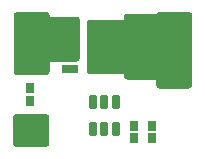
<source format=gts>
G04 Layer: TopSolderMaskLayer*
G04 EasyEDA Pro v2.2.45.4, 2025-12-23 10:37:26*
G04 Gerber Generator version 0.3*
G04 Scale: 100 percent, Rotated: No, Reflected: No*
G04 Dimensions in millimeters*
G04 Leading zeros omitted, absolute positions, 4 integers and 5 decimals*
G04 Generated by one-click*
%FSLAX45Y45*%
%MOMM*%
%AMRoundRect*1,1,$1,$2,$3*1,1,$1,$4,$5*1,1,$1,0-$2,0-$3*1,1,$1,0-$4,0-$5*20,1,$1,$2,$3,$4,$5,0*20,1,$1,$4,$5,0-$2,0-$3,0*20,1,$1,0-$2,0-$3,0-$4,0-$5,0*20,1,$1,0-$4,0-$5,$2,$3,0*4,1,4,$2,$3,$4,$5,0-$2,0-$3,0-$4,0-$5,$2,$3,0*%
%ADD10C,1.397*%
%ADD11RoundRect,0.08771X-0.27695X-0.40199X-0.27695X0.40199*%
%ADD12RoundRect,0.08842X-0.60659X-0.29659X-0.60659X0.29659*%
%ADD13RoundRect,0.09902X-1.90129X-2.20128X-1.90129X2.20128*%
%ADD14RoundRect,0.08756X-0.27302X0.54302X0.27302X0.54302*%
%ADD15C,0.8215*%
G75*


G04 PolygonModel Start*
G54D10*
G01X152649Y-453159D02*
G01X152400Y-452910D01*

G04 Rect Start*
G36*
G01X38100Y-571500D02*
G01X38100Y-88900D01*
G02X63500Y-63500I25400J0D01*
G01X317500Y-63500D01*
G02X342900Y-88900I0J-25400D01*
G01X342900Y-571500D01*
G02X317500Y-596900I-25400J0D01*
G01X63500Y-596900D01*
G02X38100Y-571500I0J25400D01*
G37*
G36*
G01X1245220Y-685800D02*
G01X1245220Y-88900D01*
G02X1270620Y-63500I25400J0D01*
G01X1524620Y-63500D01*
G02X1550020Y-88900I0J-25400D01*
G01X1550020Y-685800D01*
G02X1524620Y-711200I-25400J0D01*
G01X1270620Y-711200D01*
G02X1245220Y-685800I0J25400D01*
G37*
G36*
G01X292100Y-457200D02*
G01X292100Y-127000D01*
G02X317500Y-101600I25400J0D01*
G01X571500Y-101600D01*
G02X596900Y-127000I0J-25400D01*
G01X596900Y-457200D01*
G02X571500Y-482600I-25400J0D01*
G01X317500Y-482600D01*
G02X292100Y-457200I0J25400D01*
G37*
G36*
G01X971550Y-609600D02*
G01X971550Y-101600D01*
G02X996950Y-76200I25400J0D01*
G01X1314450Y-76200D01*
G02X1339850Y-101600I0J-25400D01*
G01X1339850Y-609600D01*
G02X1314450Y-635000I-25400J0D01*
G01X996950Y-635000D01*
G02X971550Y-609600I0J25400D01*
G37*
G36*
G01X33777Y-1180452D02*
G01X33777Y-951852D01*
G02X59177Y-926452I25400J0D01*
G01X313177Y-926452D01*
G02X338577Y-951852I0J-25400D01*
G01X338577Y-1180452D01*
G02X313177Y-1205852I-25400J0D01*
G01X59177Y-1205852D01*
G02X33777Y-1180452I0J25400D01*
G37*
G04 Rect End*

G04 Pad Start*
G54D11*
G01X1054100Y-1134008D03*
G01X1054100Y-1024992D03*
G54D12*
G01X512407Y-545859D03*
G01X512407Y-418859D03*
G01X512407Y-291859D03*
G01X512407Y-164859D03*
G01X1062393Y-165367D03*
G01X1062393Y-292367D03*
G01X1062393Y-419367D03*
G01X1062393Y-546341D03*
G54D13*
G01X852000Y-355600D03*
G54D14*
G01X711831Y-1053452D03*
G01X806827Y-1053452D03*
G01X901823Y-1053452D03*
G01X901823Y-823633D03*
G01X806827Y-823633D03*
G01X711831Y-823633D03*
G54D11*
G01X1206500Y-1134008D03*
G01X1206500Y-1024992D03*
G01X177800Y-816508D03*
G01X177800Y-707492D03*
G04 Pad End*

M02*


</source>
